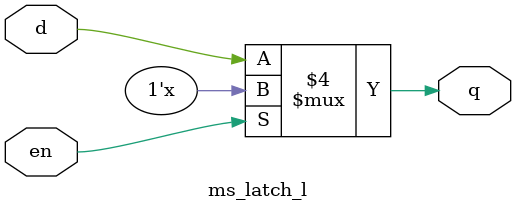
<source format=v>
/**************************************************************************
 *                                                                        *
 *               Copyright (C) 1994, Silicon Graphics, Inc.               *
 *                                                                        *
 *  These coded instructions, statements, and computer programs  contain  *
 *  unpublished  proprietary  information of Silicon Graphics, Inc., and  *
 *  are protected by Federal copyright  law.  They  may not be disclosed  *
 *  to  third  parties  or copied or duplicated in any form, in whole or  *
 *  in part, without the prior written consent of Silicon Graphics, Inc.  *
 *                                                                        *
 *************************************************************************/

// $Id: ms_latch_l.v,v 1.1 2002/05/21 23:55:43 berndt Exp $

module ms_latch_l(en, d, q);

// synopsys template
parameter size = 1;

input en;
input [size-1:0] d;
output [size-1:0] q;

reg [size-1:0] q;

always @(en or d)
   if (!en)
      q = d;

endmodule

</source>
